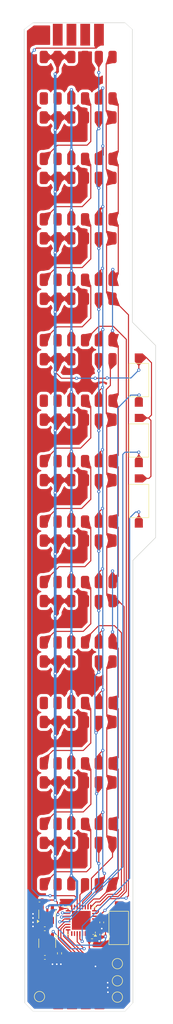
<source format=kicad_pcb>
(kicad_pcb (version 20240108) (generator "pcbnew") (generator_version "8.0")
  (layers (0 "F.Cu" signal) (31 "B.Cu" signal) (34 "B.Paste" user) (35 "F.Paste" user) (36 "B.SilkS" user "B.Silkscreen") (37 "F.SilkS" user "F.Silkscreen") (38 "B.Mask" user) (39 "F.Mask" user) (44 "Edge.Cuts" user))
  (net 0 "")
  (net 8 "USB_DM")
  (net 9 "USB_DP")
  (net 10 "+3V3")
  (net 11 "BOOT0")
  (net 12 "GND")
  (net 13 "Net-(U1-PA13)")
  (net 14 "Net-(U1-PA14)")
  (net 15 "+BATT")
  (net 16 "CHRG")
  (net 17 "Net-(U3-PROG)")
  (net 18 "UP_BTN")
  (net 19 "CENTER_BTN")
  (net 20 "DOWN_BTN")
  (net 21 "CE_3")
  (net 22 "CLK")
  (net 23 "CE_1")
  (net 24 "BLANK")
  (net 25 "RS")
  (net 26 "DATA_IN2")
  (net 27 "CE_2")
  (net 28 "DATA_IN1")
  (net 29 "DATA_IN3")
  (net 30 "Net-(U5-DATA_OUT)")
  (net 32 "Net-(U6-DATA_OUT)")
  (net 35 "Net-(U7-DATA_OUT)")
  (net 38 "Net-(U10-DATA_IN)")
  (net 41 "Net-(U10-DATA_OUT)")
  (net 43 "Net-(U11-DATA_OUT)")
  (net 44 "Net-(U12-DATA_OUT)")
  (net 49 "Net-(U14-DATA_OUT)")
  (net 51 "Net-(U15-DATA_OUT)")
  (net 52 "Net-(U16-DATA_OUT)")
  (net 54 "Net-(U17-DATA_OUT)")
  (net 58 "+5V")
  (net 59 "CLASP_DETECT")
  (footprint "custom:HCMS2901_SMD" (layer "F.Cu") (at 97 82.047573)
    (property "Reference" "U15" (hide yes))
    (property "Value" "HCMS2901")
  )
  (footprint "Capacitor_SMD:C_0402_1005Metric" (layer "F.Cu") (at 97.180001 201.38)
    (property "Reference" "C1" (hide yes))
    (property "Value" "C")
  )
  (footprint "custom:PTS636" (layer "F.Cu") (at 114.560002 122.721715 90)
    (property "Reference" "SW4" (hide yes))
    (property "Value" "DOWN")
  )
  (footprint "custom:SMD_2.54_1x04_LONG" (layer "F.Cu") (at 99.670001 212.68)
    (property "Reference" "J1" (hide yes))
    (property "Value" "Conn_01x04_Socket")
  )
  (footprint "Capacitor_SMD:C_0402_1005Metric" (layer "F.Cu") (at 96.2 196.1 180)
    (property "Reference" "C3" (hide yes))
    (property "Value" "C")
  )
  (footprint "custom:HCMS2901_SMD" (layer "F.Cu") (at 96.999998 104.279288)
    (property "Reference" "U13" (hide yes))
    (property "Value" "HCMS2901")
  )
  (footprint "Package_TO_SOT_SMD:SOT-23-5" (layer "F.Cu") (at 97.630002 198.7175 90)
    (property "Reference" "U2" (hide yes))
    (property "Value" "~")
  )
  (footprint "custom:SMD_2.54_1x04_SHORT" (layer "F.Cu") (at 99.570001 36.98)
    (property "Reference" "J2" (hide yes))
    (property "Value" "Conn_01x04_Pin")
  )
  (footprint "TestPoint:TestPoint_Pad_D1.5mm" (layer "F.Cu") (at 96.2 213.85)
    (property "Reference" "TP3" (hide yes))
    (property "Value" "BATT")
  )
  (footprint "custom:HCMS2901_SMD" (layer "F.Cu") (at 96.999999 115.395147)
    (property "Reference" "U12" (hide yes))
    (property "Value" "HCMS2901")
  )
  (footprint "Package_DFN_QFN:QFN-32-1EP_5x5mm_P0.5mm_EP3.45x3.45mm" (layer "F.Cu") (at 103.917501 199.83 180)
    (property "Reference" "U1" (hide yes))
    (property "Value" "STM32U083KCUx" (hide yes))
  )
  (footprint "custom:HCMS2901_SMD" (layer "F.Cu") (at 96.999995 182.090287)
    (property "Reference" "U6" (hide yes))
    (property "Value" "HCMS2901")
  )
  (footprint "custom:PTS636" (layer "F.Cu") (at 114.560002 100.49 90)
    (property "Reference" "SW2" (hide yes))
    (property "Value" "UP")
  )
  (footprint "custom:HCMS2901_SMD" (layer "F.Cu") (at 96.999998 193.206145)
    (property "Reference" "U5" (hide yes))
    (property "Value" "HCMS2901")
  )
  (footprint "custom:HCMS2901_SMD" (layer "F.Cu") (at 96.999996 148.742717)
    (property "Reference" "U9" (hide yes))
    (property "Value" "HCMS2901")
  )
  (footprint "custom:HCMS2901_SMD" (layer "F.Cu") (at 96.999999 159.858573)
    (property "Reference" "U8" (hide yes))
    (property "Value" "HCMS2901")
  )
  (footprint "Package_TO_SOT_SMD:SOT-23-5" (layer "F.Cu") (at 97.630002 204.0425 -90)
    (property "Reference" "U3" (hide yes))
    (property "Value" "~")
  )
  (footprint "custom:HCMS2901_SMD" (layer "F.Cu") (at 96.999999 137.62686)
    (property "Reference" "U10" (hide yes))
    (property "Value" "HCMS2901")
  )
  (footprint "custom:HCMS2901_SMD" (layer "F.Cu") (at 96.999999 170.97443)
    (property "Reference" "U7" (hide yes))
    (property "Value" "HCMS2901")
  )
  (footprint "TestPoint:TestPoint_Pad_D1.5mm" (layer "F.Cu") (at 110.6 207.8)
    (property "Reference" "TP2" (hide yes))
    (property "Value" "SWCLK")
  )
  (footprint "custom:HCMS2901_SMD" (layer "F.Cu") (at 96.999995 70.931718)
    (property "Reference" "U16" (hide yes))
    (property "Value" "HCMS2901")
  )
  (footprint "TestPoint:TestPoint_Pad_D1.5mm" (layer "F.Cu") (at 110.6 210.95)
    (property "Reference" "TP1" (hide yes))
    (property "Value" "SWDIO")
  )
  (footprint "Resistor_SMD:R_0402_1005Metric" (layer "F.Cu") (at 99.9 205.9 -90)
    (property "Reference" "R1" (hide yes))
    (property "Value" "R")
  )
  (footprint "Capacitor_SMD:C_0402_1005Metric" (layer "F.Cu") (at 97.2 206.65)
    (property "Reference" "C2" (hide yes))
    (property "Value" "C")
  )
  (footprint "custom:HCMS2901_SMD" (layer "F.Cu") (at 96.999997 59.815859)
    (property "Reference" "U17" (hide yes))
    (property "Value" "HCMS2901")
  )
  (footprint "custom:HCMS2901_SMD" (layer "F.Cu") (at 97 48.7)
    (property "Reference" "U18" (hide yes))
    (property "Value" "HCMS2901")
  )
  (footprint "custom:HCMS2901_SMD" (layer "F.Cu") (at 96.999994 126.511002)
    (property "Reference" "U11" (hide yes))
    (property "Value" "HCMS2901")
  )
  (footprint "custom:PTS636" (layer "F.Cu") (at 114.560001 111.605857 90)
    (property "Reference" "SW3" (hide yes))
    (property "Value" "CENTER")
  )
  (footprint "TestPoint:TestPoint_Pad_D1.5mm" (layer "F.Cu") (at 110.6 213.95)
    (property "Reference" "TP4" (hide yes))
    (property "Value" "GND")
  )
  (footprint "Capacitor_SMD:C_0402_1005Metric" (layer "F.Cu") (at 107.707501 202.45 90)
    (property "Reference" "C4" (hide yes))
    (property "Value" "C")
  )
  (footprint "Resistor_SMD:R_0402_1005Metric" (layer "F.Cu") (at 105.907502 203.610501)
    (property "Reference" "R2" (hide yes))
    (property "Value" "R")
  )
  (footprint "Capacitor_SMD:C_0402_1005Metric" (layer "F.Cu") (at 107.707501 200.210502 -90)
    (property "Reference" "C6" (hide yes))
    (property "Value" "C")
  )
  (footprint "custom:HCMS2901_SMD" (layer "F.Cu") (at 96.999995 93.16343)
    (property "Reference" "U14" (hide yes))
    (property "Value" "HCMS2901")
  )
  (footprint "Capacitor_SMD:C_0402_1005Metric" (layer "F.Cu") (at 100.2 197.2 90)
    (property "Reference" "C5" (hide yes))
    (property "Value" "C")
  )
  (footprint "custom:PTS636" (layer "F.Cu") (at 110.880001 201.23 -90)
    (property "Reference" "SW1" (hide yes))
    (property "Value" "BOOT0")
  )
  (gr_line (start 113.470001 215) (end 112 216.58) (stroke (width 0.05)) (layer "Edge.Cuts"))
  (gr_line (start 95 34.78) (end 93.370001 36) (stroke (width 0.05)) (layer "Edge.Cuts"))
  (gr_line (start 117.670002 94.142428) (end 113.370002 89.842429) (stroke (width 0.1)) (layer "Edge.Cuts"))
  (gr_line (start 95 34.78) (end 112 34.78) (stroke (width 0.1)) (layer "Edge.Cuts"))
  (gr_line (start 93.370001 36) (end 93.470002 215) (stroke (width 0.1)) (layer "Edge.Cuts"))
  (gr_line (start 112 216.58) (end 95 216.58) (stroke (width 0.05)) (layer "Edge.Cuts"))
  (gr_line (start 113.470002 133.642429) (end 117.670002 129.442429) (stroke (width 0.1)) (layer "Edge.Cuts"))
  (gr_line (start 117.670002 129.442429) (end 117.670002 94.142428) (stroke (width 0.1)) (layer "Edge.Cuts"))
  (gr_line (start 113.470001 215) (end 113.470002 133.642429) (stroke (width 0.1)) (layer "Edge.Cuts"))
  (gr_line (start 113.37 36) (end 112 34.78) (stroke (width 0.05)) (layer "Edge.Cuts"))
  (gr_line (start 113.370002 89.842429) (end 113.37 36) (stroke (width 0.1)) (layer "Edge.Cuts"))
  (gr_line (start 95 216.58) (end 93.470002 215) (stroke (width 0.05)) (layer "Edge.Cuts"))
  (segment (start 100.896743 200.08) (end 101.480001 200.08) (width 0.2) (layer "F.Cu") (net 8))
  (segment (start 102.210001 212.68) (end 102.210001 205.761077) (width 0.2) (layer "F.Cu") (net 8))
  (segment (start 102.210001 205.761077) (end 99.7 203.251076) (width 0.2) (layer "F.Cu") (net 8))
  (segment (start 99.7 201.276743) (end 100.896743 200.08) (width 0.2) (layer "F.Cu") (net 8))
  (segment (start 99.7 203.251076) (end 99.7 201.276743) (width 0.2) (layer "F.Cu") (net 8))
  (segment (start 100.15 201.392429) (end 100.15 203.05) (width 0.2) (layer "F.Cu") (net 9))
  (segment (start 101.480001 200.58) (end 100.962429 200.58) (width 0.2) (layer "F.Cu") (net 9))
  (segment (start 100.15 203.05) (end 104.75 207.65) (width 0.2) (layer "F.Cu") (net 9))
  (segment (start 100.962429 200.58) (end 100.15 201.392429) (width 0.2) (layer "F.Cu") (net 9))
  (segment (start 104.75 207.65) (end 104.75 212.68) (width 0.2) (layer "F.Cu") (net 9))
  (segment (start 107.705001 202.93) (end 106.355001 201.58) (width 0.2) (layer "F.Cu") (net 10))
  (segment (start 99.539999 132.010001) (end 99.539999 130.00686) (width 0.5) (layer "F.Cu") (net 10))
  (segment (start 99.539998 187.560002) (end 99.539998 185.586145) (width 0.5) (layer "F.Cu") (net 10))
  (segment (start 116.8 107.9) (end 116.355857 107.455857) (width 0.2) (layer "F.Cu") (net 10))
  (segment (start 101.35 197.65) (end 100.23 197.65) (width 0.2) (layer "F.Cu") (net 10))
  (segment (start 99.539995 87.510005) (end 99.539995 85.54343) (width 0.5) (layer "F.Cu") (net 10))
  (segment (start 99.539998 185.586145) (end 96.999998 185.586145) (width 0.2) (layer "F.Cu") (net 10))
  (segment (start 96.999998 96.659288) (end 99.539998 96.659288) (width 0.2) (layer "F.Cu") (net 10))
  (segment (start 99.1 44.2) (end 99.54 43.76) (width 0.5) (layer "F.Cu") (net 10))
  (segment (start 96.999995 63.311718) (end 99.539995 63.311718) (width 0.2) (layer "F.Cu") (net 10))
  (segment (start 102.079995 85.54343) (end 99.539995 85.54343) (width 0.2) (layer "F.Cu") (net 10))
  (segment (start 107.707501 199.730502) (end 107.556999 199.58) (width 0.2) (layer "F.Cu") (net 10))
  (segment (start 116.8 118.2) (end 116.8 107.9) (width 0.2) (layer "F.Cu") (net 10))
  (segment (start 108.4 202.8) (end 108.4 200.423001) (width 0.2) (layer "F.Cu") (net 10))
  (segment (start 99.1 188) (end 99.539998 187.560002) (width 0.5) (layer "F.Cu") (net 10))
  (segment (start 96.68 196.1) (end 96.68 197.579997) (width 0.2) (layer "F.Cu") (net 10))
  (segment (start 99.539995 65.410005) (end 99.539995 63.311718) (width 0.5) (layer "F.Cu") (net 10))
  (segment (start 99.1 143.85) (end 99.539996 143.410004) (width 0.5) (layer "F.Cu") (net 10))
  (segment (start 114.560002 98.65) (end 114.560002 96.34) (width 0.2) (layer "F.Cu") (net 10))
  (segment (start 96.999994 118.891002) (end 99.539994 118.891002) (width 0.2) (layer "F.Cu") (net 10))
  (segment (start 99.539995 176.360005) (end 99.539995 174.470287) (width 0.5) (layer "F.Cu") (net 10))
  (segment (start 99.5 196.98) (end 99.5 196.5) (width 0.2) (layer "F.Cu") (net 10))
  (segment (start 99.6 198.75) (end 99.6 198.28) (width 0.2) (layer "F.Cu") (net 10))
  (segment (start 102.08 74.427573) (end 99.54 74.427573) (width 0.2) (layer "F.Cu") (net 10))
  (segment (start 108.7 100.1) (end 108.65 100.15) (width 0.2) (layer "F.Cu") (net 10))
  (segment (start 102.079999 107.775147) (end 99.539999 107.775147) (width 0.2) (layer "F.Cu") (net 10))
  (segment (start 99.539999 130.00686) (end 96.999999 130.00686) (width 0.2) (layer "F.Cu") (net 10))
  (segment (start 108.4 202.8) (end 107.837501 202.8) (width 0.2) (layer "F.Cu") (net 10))
  (segment (start 101.480001 197.780001) (end 101.35 197.65) (width 0.2) (layer "F.Cu") (net 10))
  (segment (start 99.1 176.8) (end 99.539995 176.360005) (width 0.5) (layer "F.Cu") (net 10))
  (segment (start 102.079995 63.311718) (end 99.539995 63.311718) (width 0.2) (layer "F.Cu") (net 10))
  (segment (start 102.079999 163.35443) (end 99.539999 163.35443) (width 0.2) (layer "F.Cu") (net 10))
  (segment (start 102.079995 174.470287) (end 99.539995 174.470287) (width 0.2) (layer "F.Cu") (net 10))
  (segment (start 96.68 197.579997) (end 96.680003 197.58) (width 0.2) (layer "F.Cu") (net 10))
  (segment (start 115.94 96.34) (end 114.560002 96.34) (width 0.2) (layer "F.Cu") (net 10))
  (segment (start 110.880001 199.069999) (end 110.219498 199.730502) (width 0.2) (layer "F.Cu") (net 10))
  (segment (start 107.707501 202.93) (end 107.705001 202.93) (width 0.2) (layer "F.Cu") (net 10))
  (segment (start 102.079994 118.891002) (end 99.539994 118.891002) (width 0.2) (layer "F.Cu") (net 10))
  (segment (start 107.556999 199.58) (end 106.355001 199.58) (width 0.2) (layer "F.Cu") (net 10))
  (segment (start 99.1 165.85) (end 99.539999 165.410001) (width 0.5) (layer "F.Cu") (net 10))
  (segment (start 99.1 65.85) (end 99.539995 65.410005) (width 0.5) (layer "F.Cu") (net 10))
  (segment (start 100.2 197.68) (end 99.5 196.98) (width 0.2) (layer "F.Cu") (net 10))
  (segment (start 99.1 54.5) (end 99.539997 54.060003) (width 0.5) (layer "F.Cu") (net 10))
  (segment (start 97 74.427573) (end 99.54 74.427573) (width 0.2) (layer "F.Cu") (net 10))
  (segment (start 99.54 43.76) (end 99.54 41.08) (width 0.5) (layer "F.Cu") (net 10))
  (segment (start 99.1 77.05) (end 99.54 76.61) (width 0.5) (layer "F.Cu") (net 10))
  (segment (start 99.539999 165.410001) (end 99.539999 163.35443) (width 0.5) (layer "F.Cu") (net 10))
  (segment (start 96.680003 196.157498) (end 96.72 196.117501) (width 0.2) (layer "F.Cu") (net 10))
  (segment (start 116.355857 107.455857) (end 114.560001 107.455857) (width 0.2) (layer "F.Cu") (net 10))
  (segment (start 99.539996 141.122717) (end 102.079996 141.122717) (width 0.2) (layer "F.Cu") (net 10))
  (segment (start 99.539999 154.010001) (end 99.539999 152.238573) (width 0.5) (layer "F.Cu") (net 10))
  (segment (start 99.6 198.28) (end 100.2 197.68) (width 0.2) (layer "F.Cu") (net 10))
  (segment (start 96.68 196.1) (end 99.1 196.1) (width 0.2) (layer "F.Cu") (net 10))
  (segment (start 116.9 106.911714) (end 116.9 97.3) (width 0.2) (layer "F.Cu") (net 10))
  (segment (start 99.1 109.75) (end 99.539999 109.310001) (width 0.5) (layer "F.Cu") (net 10))
  (segment (start 116.355857 107.455857) (end 116.9 106.911714) (width 0.2) (layer "F.Cu") (net 10))
  (segment (start 102.079999 130.00686) (end 99.539999 130.00686) (width 0.2) (layer "F.Cu") (net 10))
  (segment (start 114.560002 118.571715) (end 116.428285 118.571715) (width 0.2) (layer "F.Cu") (net 10))
  (segment (start 99.539999 152.238573) (end 96.999999 152.238573) (width 0.2) (layer "F.Cu") (net 10))
  (segment (start 108.4 200.423001) (end 107.707501 199.730502) (width 0.2) (layer "F.Cu") (net 10))
  (segment (start 107.837501 202.8) (end 107.707501 202.93) (width 0.2) (layer "F.Cu") (net 10))
  (segment (start 99.539997 54.060003) (end 99.539997 52.195859) (width 0.5) (layer "F.Cu") (net 10))
  (segment (start 99.1 154.45) (end 99.539999 154.010001) (width 0.5) (layer "F.Cu") (net 10))
  (segment (start 99.539994 120.760006) (end 99.539994 118.891002) (width 0.5) (layer "F.Cu") (net 10))
  (segment (start 99.5 196.5) (end 99.1 196.1) (width 0.2) (layer "F.Cu") (net 10))
  (segment (start 96.999995 85.54343) (end 99.539995 85.54343) (width 0.2) (layer "F.Cu") (net 10))
  (segment (start 96.999999 107.775147) (end 99.539999 107.775147) (width 0.2) (layer "F.Cu") (net 10))
  (segment (start 99.1 99) (end 99.539998 98.560002) (width 0.5) (layer "F.Cu") (net 10))
  (segment (start 99.1 121.2) (end 99.539994 120.760006) (width 0.5) (layer "F.Cu") (net 10))
  (segment (start 101.480001 198.08) (end 101.480001 197.780001) (width 0.2) (layer "F.Cu") (net 10))
  (segment (start 97 41.08) (end 99.54 41.08) (width 0.2) (layer "F.Cu") (net 10))
  (segment (start 96.999997 52.195859) (end 99.539997 52.195859) (width 0.2) (layer "F.Cu") (net 10))
  (segment (start 102.079997 52.195859) (end 99.539997 52.195859) (width 0.2) (layer "F.Cu") (net 10))
  (segment (start 100.25 100.15) (end 99.1 99) (width 0.2) (layer "F.Cu") (net 10))
  (segment (start 103.05 100.15) (end 100.25 100.15) (width 0.2) (layer "F.Cu") (net 10))
  (segment (start 96.999999 163.35443) (end 99.539999 163.35443) (width 0.2) (layer "F.Cu") (net 10))
  (segment (start 108.65 100.15) (end 106.5 100.15) (width 0.2) (layer "F.Cu") (net 10))
  (segment (start 102.08 41.08) (end 99.54 41.08) (width 0.2) (layer "F.Cu") (net 10))
  (segment (start 99.539998 98.560002) (end 99.539998 96.659288) (width 0.5) (layer "F.Cu") (net 10))
  (segment (start 99.539999 109.310001) (end 99.539999 107.775147) (width 0.5) (layer "F.Cu") (net 10))
  (segment (start 99.1 132.45) (end 99.539999 132.010001) (width 0.5) (layer "F.Cu") (net 10))
  (segment (start 99.1 87.95) (end 99.539995 87.510005) (width 0.5) (layer "F.Cu") (net 10))
  (segment (start 96.999996 141.122717) (end 99.539996 141.122717) (width 0.2) (layer "F.Cu") (net 10))
  (segment (start 116.9 97.3) (end 115.94 96.34) (width 0.2) (layer "F.Cu") (net 10))
  (segment (start 100.23 197.65) (end 100.2 197.68) (width 0.2) (layer "F.Cu") (net 10))
  (segment (start 102.079998 96.659288) (end 99.539998 96.659288) (width 0.2) (layer "F.Cu") (net 10))
  (segment (start 96.999995 174.470287) (end 99.539995 174.470287) (width 0.2) (layer "F.Cu") (net 10))
  (segment (start 110.219498 199.730502) (end 107.707501 199.730502) (width 0.2) (layer "F.Cu") (net 10))
  (segment (start 102.079999 152.238573) (end 99.539999 152.238573) (width 0.2) (layer "F.Cu") (net 10))
  (segment (start 116.428285 118.571715) (end 116.8 118.2) (width 0.2) (layer "F.Cu") (net 10))
  (segment (start 99.539996 143.410004) (end 99.539996 141.122717) (width 0.5) (layer "F.Cu") (net 10))
  (segment (start 102.079998 185.586145) (end 99.539998 185.586145) (width 0.2) (layer "F.Cu") (net 10))
  (segment (start 99.54 76.61) (end 99.54 74.427573) (width 0.5) (layer "F.Cu") (net 10))
  (segment (start 110.880001 197.08) (end 110.880001 199.069999) (width 0.2) (layer "F.Cu") (net 10))
  (via (at 99.1 44.2) (size 0.6) (drill 0.3) (layers "F.Cu" "B.Cu") (net 10))
  (via (at 99.1 154.45) (size 0.6) (drill 0.3) (layers "F.Cu" "B.Cu") (net 10))
  (via (at 99.1 54.5) (size 0.6) (drill 0.3) (layers "F.Cu" "B.Cu") (net 10))
  (via (at 99.1 132.45) (size 0.6) (drill 0.3) (layers "F.Cu" "B.Cu") (net 10))
  (via (at 99.1 87.95) (size 0.6) (drill 0.3) (layers "F.Cu" "B.Cu") (net 10))
  (via (at 99.1 176.8) (size 0.6) (drill 0.3) (layers "F.Cu" "B.Cu") (net 10))
  (via (at 99.6 198.75) (size 0.6) (drill 0.3) (layers "F.Cu" "B.Cu") (net 10))
  (via (at 108.4 202.8) (size 0.6) (drill 0.3) (layers "F.Cu" "B.Cu") (net 10))
  (via (at 99.1 99) (size 0.6) (drill 0.3) (layers "F.Cu" "B.Cu") (net 10))
  (via (at 99.1 143.85) (size 0.6) (drill 0.3) (layers "F.Cu" "B.Cu") (net 10))
  (via (at 108.7 100.1) (size 0.6) (drill 0.3) (layers "F.Cu" "B.Cu") (net 10))
  (via (at 114.560002 98.65) (size 0.6) (drill 0.3) (layers "F.Cu" "B.Cu") (net 10))
  (via (at 99.1 109.75) (size 0.6) (drill 0.3) (layers "F.Cu" "B.Cu") (net 10))
  (via (at 99.1 165.85) (size 0.6) (drill 0.3) (layers "F.Cu" "B.Cu") (net 10))
  (via (at 99.1 77.05) (size 0.6) (drill 0.3) (layers "F.Cu" "B.Cu") (net 10))
  (via (at 99.1 65.85) (size 0.6) (drill 0.3) (layers "F.Cu" "B.Cu") (net 10))
  (via (at 106.5 100.15) (size 0.6) (drill 0.3) (layers "F.Cu" "B.Cu") (net 10))
  (via (at 99.1 188) (size 0.6) (drill 0.3) (layers "F.Cu" "B.Cu") (net 10))
  (via (at 103.05 100.15) (size 0.6) (drill 0.3) (layers "F.Cu" "B.Cu") (net 10))
  (via (at 99.1 196.1) (size 0.6) (drill 0.3) (layers "F.Cu" "B.Cu") (net 10))
  (via (at 99.1 121.2) (size 0.6) (drill 0.3) (layers "F.Cu" "B.Cu") (net 10))
  (segment (start 99.3 201.05) (end 99.3 199.05) (width 0.2) (layer "B.Cu") (net 10))
  (segment (start 99.1 65.85) (end 99.1 54.5) (width 0.5) (layer "B.Cu") (net 10))
  (segment (start 99.1 121.2) (end 99.1 109.75) (width 0.5) (layer "B.Cu") (net 10))
  (segment (start 99.1 132.45) (end 99.1 121.2) (width 0.5) (layer "B.Cu") (net 10))
  (segment (start 99.1 109.75) (end 99.1 99) (width 0.5) (layer "B.Cu") (net 10))
  (segment (start 99.1 143.85) (end 99.1 132.45) (width 0.5) (layer "B.Cu") (net 10))
  (segment (start 99.1 188) (end 99.1 176.8) (width 0.5) (layer "B.Cu") (net 10))
  (segment (start 99.3 199.05) (end 99.6 198.75) (width 0.2) (layer "B.Cu") (net 10))
  (segment (start 99.1 154.45) (end 99.1 143.85) (width 0.5) (layer "B.Cu") (net 10))
  (segment (start 108.4 203.45) (end 107.45 204.4) (width 0.2) (layer "B.Cu") (net 10))
  (segment (start 99.1 54.5) (end 99.1 44.2) (width 0.5) (layer "B.Cu") (net 10))
  (segment (start 113.110002 100.1) (end 108.7 100.1) (width 0.2) (layer "B.Cu") (net 10))
  (segment (start 108.4 202.8) (end 108.4 203.45) (width 0.2) (layer "B.Cu") (net 10))
  (segment (start 99.1 196.1) (end 99.1 188) (width 0.5) (layer "B.Cu") (net 10))
  (segment (start 102.65 204.4) (end 99.3 201.05) (width 0.2) (layer "B.Cu") (net 10))
  (segment (start 99.1 99) (end 99.1 87.95) (width 0.5) (layer "B.Cu") (net 10))
  (segment (start 99.1 165.85) (end 99.1 154.45) (width 0.5) (layer "B.Cu") (net 10))
  (segment (start 106.5 100.15) (end 103.05 100.15) (width 0.2) (layer "B.Cu") (net 10))
  (segment (start 99.1 77.05) (end 99.1 65.85) (width 0.5) (layer "B.Cu") (net 10))
  (segment (start 99.1 176.8) (end 99.1 165.85) (width 0.5) (layer "B.Cu") (net 10))
  (segment (start 99.1 87.95) (end 99.1 77.05) (width 0.5) (layer "B.Cu") (net 10))
  (segment (start 114.560002 98.65) (end 113.110002 100.1) (width 0.2) (layer "B.Cu") (net 10))
  (segment (start 107.45 204.4) (end 102.65 204.4) (width 0.2) (layer "B.Cu") (net 10))
  (segment (start 105.167501 203.380499) (end 105.167501 202.2675) (width 0.2) (layer "F.Cu") (net 11))
  (segment (start 105.88 205.38) (end 110.880001 205.38) (width 0.2) (layer "F.Cu") (net 11))
  (segment (start 105.397503 204.897503) (end 105.88 205.38) (width 0.2) (layer "F.Cu") (net 11))
  (segment (start 105.397503 203.610501) (end 105.397503 204.897503) (width 0.2) (layer "F.Cu") (net 11))
  (segment (start 105.397503 203.610501) (end 105.167501 203.380499) (width 0.2) (layer "F.Cu") (net 11))
  (segment (start 105.667501 202.2675) (end 105.617501 202.2175) (width 0.2) (layer "F.Cu") (net 12))
  (segment (start 102.167501 196.767501) (end 102.05 196.65) (width 0.2) (layer "F.Cu") (net 12))
  (segment (start 107.707501 201.830501) (end 107.707501 201.97) (width 0.2) (layer "F.Cu") (net 12))
  (segment (start 97.660001 199.884999) (end 97.630002 199.855) (width 0.2) (layer "F.Cu") (net 12))
  (segment (start 105.617501 201.53) (end 103.917501 199.83) (width 0.2) (layer "F.Cu") (net 12))
  (segment (start 107.290001 212.68) (end 107.290001 209.040001) (width 0.4) (layer "F.Cu") (net 12))
  (segment (start 102.25 198.162499) (end 103.917501 199.83) (width 0.2) (layer "F.Cu") (net 12))
  (segment (start 106.417501 203.0175) (end 105.667501 202.2675) (width 0.2) (layer "F.Cu") (net 12))
  (segment (start 97.630002 202.905) (end 97.630002 201.409999) (width 0.2) (layer "F.Cu") (net 12))
  (segment (start 107.290001 209.040001) (end 106.55 208.3) (width 0.4) (layer "F.Cu") (net 12))
  (segment (start 107.230424 203.633466) (end 106.440466 203.633466) (width 0.2) (layer "F.Cu") (net 12))
  (segment (start 97.660001 201.38) (end 97.660001 199.884999) (width 0.2) (layer "F.Cu") (net 12))
  (segment (start 105.617501 202.2175) (end 105.617501 201.53) (width 0.2) (layer "F.Cu") (net 12))
  (segment (start 100.27 196.65) (end 100.2 196.72) (width 0.2) (layer "F.Cu") (net 12))
  (segment (start 102.05 196.65) (end 100.27 196.65) (width 0.2) (layer "F.Cu") (net 12))
  (segment (start 106.440466 203.633466) (end 106.417501 203.610501) (width 0.2) (layer "F.Cu") (net 12))
  (segment (start 106.417501 203.610501) (end 106.417501 203.0175) (width 0.2) (layer "F.Cu") (net 12))
  (segment (start 102.167501 197.3925) (end 102.167501 197.829999) (width 0.2) (layer "F.Cu") (net 12))
  (segment (start 97.630002 201.409999) (end 97.660001 201.38) (width 0.2) (layer "F.Cu") (net 12))
  (segment (start 97.630002 203.567499) (end 97.630002 202.905) (width 0.2) (layer "F.Cu") (net 12))
  (segment (start 102.167501 197.3925) (end 102.167501 196.767501) (width 0.2) (layer "F.Cu") (net 12))
  (segment (start 102.167501 197.829999) (end 102.25 197.912498) (width 0.2) (layer "F.Cu") (net 12))
  (segment (start 102.25 197.912498) (end 102.25 198.162499) (width 0.2) (layer "F.Cu") (net 12))
  (segment (start 107.738002 201.8) (end 107.707501 201.830501) (width 0.2) (layer "F.Cu") (net 12))
  (via (at 99.4 207.9) (size 0.6) (drill 0.3) (layers "F.Cu" "B.Cu") (net 12))
  (via (at 95 200.95) (size 0.6) (drill 0.3) (layers "F.Cu" "B.Cu") (net 12))
  (via (at 95 198.65) (size 0.6) (drill 0.3) (layers "F.Cu" "B.Cu") (net 12))
  (via (at 107.707501 201.35) (size 0.6) (drill 0.3) (layers "F.Cu" "B.Cu") (net 12))
  (via (at 108.8 212.2) (size 0.6) (drill 0.3) (layers "F.Cu" "B.Cu") (net 12))
  (via (at 100.15 207.9) (size 0.6) (drill 0.3) (layers "F.Cu" "B.Cu") (net 12))
  (via (at 108.85 213.05) (size 0.6) (drill 0.3) (layers "F.Cu" "B.Cu") (net 12))
  (via (at 107.230424 203.633466) (size 0.6) (drill 0.3) (layers "F.Cu" "B.Cu") (net 12))
  (via (at 95 199.4) (size 0.6) (drill 0.3) (layers "F.Cu" "B.Cu") (net 12))
  (via (at 108.8 211.3) (size 0.6) (drill 0.3) (layers "F.Cu" "B.Cu") (net 12))
  (via (at 98.6 207.9) (size 0.6) (drill 0.3) (layers "F.Cu" "B.Cu") (net 12))
  (via (at 106.55 208.3) (size 0.6) (drill 0.3) (layers "F.Cu" "B.Cu") (net 12))
  (via (at 95 200.2) (size 0.6) (drill 0.3) (layers "F.Cu" "B.Cu") (net 12))
  (segment (start 107.230424 201.827077) (end 107.230424 203.633466) (width 0.2) (layer "B.Cu") (net 12))
  (segment (start 107.707501 201.35) (end 107.230424 201.827077) (width 0.2) (layer "B.Cu") (net 12))
  (segment (start 100.55 208.3) (end 100.15 207.9) (width 0.4) (layer "B.Cu") (net 12))
  (segment (start 106.55 208.3) (end 100.55 208.3) (width 0.4) (layer "B.Cu") (net 12))
  (segment (start 105.25 207.35) (end 107.15 207.35) (width 0.2) (layer "F.Cu") (net 13))
  (segment (start 100.65 202.75) (end 105.25 207.35) (width 0.2) (layer "F.Cu") (net 13))
  (segment (start 110.6 210.8) (end 110.6 210.95) (width 0.2) (layer "F.Cu") (net 13))
  (segment (start 101.028115 201.08) (end 100.65 201.458115) (width 0.2) (layer "F.Cu") (net 13))
  (segment (start 101.480001 201.08) (end 101.028115 201.08) (width 0.2) (layer "F.Cu") (net 13))
  (segment (start 107.15 207.35) (end 110.6 210.8) (width 0.2) (layer "F.Cu") (net 13))
  (segment (start 100.65 201.458115) (end 100.65 202.75) (width 0.2) (layer "F.Cu") (net 13))
  (segment (start 110.6 207.8) (end 109.95 207.8) (width 0.2) (layer "F.Cu") (net 14))
  (segment (start 105.065686 206.6) (end 101.480001 203.014315) (width 0.2) (layer "F.Cu") (net 14))
  (segment (start 109.95 207.8) (end 108.75 206.6) (width 0.2) (layer "F.Cu") (net 14))
  (segment (start 108.75 206.6) (end 105.065686 206.6) (width 0.2) (layer "F.Cu") (net 14))
  (segment (start 101.480001 203.014315) (end 101.480001 201.58) (width 0.2) (layer "F.Cu") (net 14))
  (segment (start 102.079997 193.206145) (end 102.079997 191.620003) (width 0.4) (layer "F.Cu") (net 15))
  (segment (start 102.1 69.2) (end 102.1 70.911712) (width 0.4) (layer "F.Cu") (net 15))
  (segment (start 97.65 197.45) (end 97.65 198.35) (width 0.4) (layer "F.Cu") (net 15))
  (segment (start 102.1 47.1) (end 102.1 48.679999) (width 0.4) (layer "F.Cu") (net 15))
  (segment (start 102.1 148.722712) (end 102.079995 148.742717) (width 0.4) (layer "F.Cu") (net 15))
  (segment (start 102.1 126.490995) (end 102.079993 126.511002) (width 0.4) (layer "F.Cu") (net 15))
  (segment (start 102.1 158.2) (end 102.1 159.838571) (width 0.4) (layer "F.Cu") (net 15))
  (segment (start 102.1 147.3) (end 102.1 148.722712) (width 0.4) (layer "F.Cu") (net 15))
  (segment (start 102.1 135.9) (end 102.1 137.606858) (width 0.4) (layer "F.Cu") (net 15))
  (segment (start 102.1 59.795855) (end 102.079996 59.815859) (width 0.4) (layer "F.Cu") (net 15))
  (segment (start 102.1 124.75) (end 102.1 126.490995) (width 0.4) (layer "F.Cu") (net 15))
  (segment (start 102.079997 191.620003) (end 102.1 191.6) (width 0.4) (layer "F.Cu") (net 15))
  (segment (start 98.580001 199.280001) (end 98.580001 199.855) (width 0.4) (layer "F.Cu") (net 15))
  (segment (start 102.1 113.6) (end 102.1 115.375145) (width 0.4) (layer "F.Cu") (net 15))
  (segment (start 102.1 58.1) (end 102.1 59.795855) (width 0.4) (layer "F.Cu") (net 15))
  (segment (start 102.1 182.070281) (end 102.079994 182.090287) (width 0.4) (layer "F.Cu") (net 15))
  (segment (start 95.4 213.05) (end 96.2 213.85) (width 0.2) (layer "F.Cu") (net 15))
  (segment (start 97.65 198.35) (end 96.680003 199.319997) (width 0.4) (layer "F.Cu") (net 15))
  (segment (start 102.1 93.143424) (end 102.079994 93.16343) (width 0.4) (layer "F.Cu") (net 15))
  (segment (start 102.1 82.027572) (end 102.079999 82.047573) (width 0.4) (layer "F.Cu") (net 15))
  (segment (start 102.1 48.679999) (end 102.079999 48.7) (width 0.4) (layer "F.Cu") (net 15))
  (segment (start 96.680003 202.905) (end 96.680003 199.855) (width 0.2) (layer "F.Cu") (net 15))
  (segment (start 102.1 91.45) (end 102.1 93.143424) (width 0.4) (layer "F.Cu") (net 15))
  (segment (start 96.680003 202.905) (end 95.4 204.185003) (width 0.2) (layer "F.Cu") (net 15))
  (segment (start 102.1 70.911712) (end 102.079994 70.931718) (width 0.4) (layer "F.Cu") (net 15))
  (segment (start 102.1 159.838571) (end 102.079998 159.858573) (width 0.4) (layer "F.Cu") (net 15))
  (segment (start 102.1 115.375145) (end 102.079998 115.395147) (width 0.4) (layer "F.Cu") (net 15))
  (segment (start 95.4 204.185003) (end 95.4 213.05) (width 0.2) (layer "F.Cu") (net 15))
  (segment (start 102.1 170.954428) (end 102.079998 170.97443) (width 0.4) (layer "F.Cu") (net 15))
  (segment (start 102.1 104.259285) (end 102.079997 104.279288) (width 0.4) (layer "F.Cu") (net 15))
  (segment (start 96.680003 199.319997) (end 96.680003 199.855) (width 0.4) (layer "F.Cu") (net 15))
  (segment (start 102.1 102.65) (end 102.1 104.259285) (width 0.4) (layer "F.Cu") (net 15))
  (segment (start 102.1 180.5) (end 102.1 182.070281) (width 0.4) (layer "F.Cu") (net 15))
  (segment (start 97.65 198.35) (end 98.580001 199.280001) (width 0.4) (layer "F.Cu") (net 15))
  (segment (start 96.680003 199.119997) (end 96.680003 199.855) (width 0.2) (layer "F.Cu") (net 15))
  (segment (start 102.1 80.4) (end 102.1 82.027572) (width 0.4) (layer "F.Cu") (net 15))
  (segment (start 102.1 137.606858) (end 102.079998 137.62686) (width 0.4) (layer "F.Cu") (net 15))
  (segment (start 102.1 169.35) (end 102.1 170.954428) (width 0.4) (layer "F.Cu") (net 15))
  (via (at 102.1 113.6) (size 0.6) (drill 0.3) (layers "F.Cu" "B.Cu") (net 15))
  (via (at 102.1 169.35) (size 0.6) (drill 0.3) (layers "F.Cu" "B.Cu") (net 15))
  (via (at 102.1 180.5) (size 0.6) (drill 0.3) (layers "F.Cu" "B.Cu") (net 15))
  (via (at 97.65 197.45) (size 0.6) (drill 0.3) (layers "F.Cu" "B.Cu") (net 15))
  (via (at 102.1 124.75) (size 0.6) (drill 0.3) (layers "F.Cu" "B.Cu") (net 15))
  (via (at 102.1 80.4) (size 0.6) (drill 0.3) (layers "F.Cu" "B.Cu") (net 15))
  (via (at 102.1 135.9) (size 0.6) (drill 0.3) (layers "F.Cu" "B.Cu") (net 15))
  (via (at 102.1 91.45) (size 0.6) (drill 0.3) (layers "F.Cu" "B.Cu") (net 15))
  (via (at 102.1 58.1) (size 0.6) (drill 0.3) (layers "F.Cu" "B.Cu") (net 15))
  (via (at 102.1 147.3) (size 0.6) (drill 0.3) (layers "F.Cu" "B.Cu") (net 15))
  (via (at 102.1 102.65) (size 0.6) (drill 0.3) (layers "F.Cu" "B.Cu") (net 15))
  (via (at 102.1 158.2) (size 0.6) (drill 0.3) (layers "F.Cu" "B.Cu") (net 15))
  (via (at 102.1 191.6) (size 0.6) (drill 0.3) (layers "F.Cu" "B.Cu") (net 15))
  (via (at 102.1 69.2) (size 0.6) (drill 0.3) (layers "F.Cu" "B.Cu") (net 15))
  (via (at 102.1 47.1) (size 0.6) (drill 0.3) (layers "F.Cu" "B.Cu") (net 15))
  (segment (start 102.1 147.3) (end 102.1 135.9) (width 0.4) (layer "B.Cu") (net 15))
  (segment (start 102.1 124.75) (end 102.1 113.6) (width 0.4) (layer "B.Cu") (net 15))
  (segment (start 102.1 180.5) (end 102.1 169.35) (width 0.4) (layer "B.Cu") (net 15))
  (segment (start 101.8 197.05) (end 103.15 195.7) (width 0.4) (layer "B.Cu") (net 15))
  (segment (start 102.1 191.6) (end 102.1 180.5) (width 0.4) (layer "B.Cu") (net 15))
  (segment (start 98.05 197.05) (end 101.8 197.05) (width 0.4) (layer "B.Cu") (net 15))
  (segment (start 102.1 102.65) (end 102.1 91.45) (width 0.4) (layer "B.Cu") (net 15))
  (segment (start 102.1 69.2) (end 102.1 58.1) (width 0.4) (layer "B.Cu") (net 15))
  (segment (start 102.1 113.6) (end 102.1 102.65) (width 0.4) (layer "B.Cu") (net 15))
  (segment (start 103.15 192.65) (end 102.1 191.6) (width 0.4) (layer "B.Cu") (net 15))
  (segment (start 102.1 91.45) (end 102.1 80.4) (width 0.4) (layer "B.Cu") (net 15))
  (segment (start 102.1 58.1) (end 102.1 47.1) (width 0.4) (layer "B.Cu") (net 15))
  (segment (start 102.1 80.4) (end 102.1 69.2) (width 0.4) (layer "B.Cu") (net 15))
  (segment (start 102.1 169.35) (end 102.1 158.2) (width 0.4) (layer "B.Cu") (net 15))
  (segment (start 97.65 197.45) (end 98.05 197.05) (width 0.4) (layer "B.Cu") (net 15))
  (segment (start 103.15 195.7) (end 103.15 192.65) (width 0.4) (layer "B.Cu") (net 15))
  (segment (start 102.1 135.9) (end 102.1 124.75) (width 0.4) (layer "B.Cu") (net 15))
  (segment (start 102.1 158.2) (end 102.1 147.3) (width 0.4) (layer "B.Cu") (net 15))
  (segment (start 98.580001 202.069999) (end 98.75 201.9) (width 0.2) (layer "F.Cu") (net 16))
  (segment (start 103.167501 203.767501) (end 103.167501 202.2675) (width 0.2) (layer "F.Cu") (net 16))
  (segment (start 98.580001 202.905) (end 98.580001 202.069999) (width 0.2) (layer "F.Cu") (net 16))
  (segment (start 104.45 205.05) (end 103.167501 203.767501) (width 0.2) (layer "F.Cu") (net 16))
  (via (at 104.45 205.05) (size 0.6) (drill 0.3) (layers "F.Cu" "B.Cu") (net 16))
  (via (at 98.75 201.9) (size 0.6) (drill 0.3) (layers "F.Cu" "B.Cu") (net 16))
  (segment (start 98.75 201.9) (end 101.9 205.05) (width 0.2) (layer "B.Cu") (net 16))
  (segment (start 101.9 205.05) (end 104.45 205.05) (width 0.2) (layer "B.Cu") (net 16))
  (segment (start 98.79 205.389999) (end 98.580001 205.18) (width 0.2) (layer "F.Cu") (net 17))
  (segment (start 99.880001 205.389999) (end 98.79 205.389999) (width 0.2) (layer "F.Cu") (net 17))
  (segment (start 100.438389 199.08) (end 100.281057 199.237332) (width 0.2) (layer "F.Cu") (net 18))
  (segment (start 101.480001 199.08) (end 100.438389 199.08) (width 0.2) (layer "F.Cu") (net 18))
  (segment (start 114.560002 104.64) (end 114.560002 103.289998) (width 0.2) (layer "F.Cu") (net 18))
  (segment (start 114.560002 103.289998) (end 114.6 103.25) (width 0.2) (layer "F.Cu") (net 18))
  (via (at 100.281057 199.237332) (size 0.6) (drill 0.3) (layers "F.Cu" "B.Cu") (net 18))
  (via (at 114.6 103.25) (size 0.6) (drill 0.3) (layers "F.Cu" "B.Cu") (net 18))
  (segment (start 113.05 103.25) (end 114.6 103.25) (width 0.2) (layer "B.Cu") (net 18))
  (segment (start 110.65 105.65) (end 113.05 103.25) (width 0.2) (layer "B.Cu") (net 18))
  (segment (start 101.812668 199.237332) (end 110.65 190.4) (width 0.2) (layer "B.Cu") (net 18))
  (segment (start 100.281057 199.237332) (end 101.812668 199.237332) (width 0.2) (layer "B.Cu") (net 18))
  (segment (start 110.65 190.4) (end 110.65 105.65) (width 0.2) (layer "B.Cu") (net 18))
  (segment (start 101.480001 199.58) (end 100.786918 199.58) (width 0.2) (layer "F.Cu") (net 19))
  (segment (start 100.266918 200.1) (end 99.95 200.1) (width 0.2) (layer "F.Cu") (net 19))
  (segment (start 100.786918 199.58) (end 100.266918 200.1) (width 0.2) (layer "F.Cu") (net 19))
  (segment (start 114.560001 115.755857) (end 114.560001 113.760001) (width 0.2) (layer "F.Cu") (net 19))
  (segment (start 114.560001 113.760001) (end 114.55 113.75) (width 0.2) (layer "F.Cu") (net 19))
  (via (at 114.55 113.75) (size 0.6) (drill 0.3) (layers "F.Cu" "B.Cu") (net 19))
  (via (at 99.95 200.1) (size 0.6) (drill 0.3) (layers "F.Cu" "B.Cu") (net 19))
  (segment (start 111.6 190.015686) (end 111.6 114.15) (width 0.2) (layer "B.Cu") (net 19))
  (segment (start 112 113.75) (end 114.55 113.75) (width 0.2) (layer "B.Cu") (net 19))
  (segment (start 101.515686 200.1) (end 111.6 190.015686) (width 0.2) (layer "B.Cu") (net 19))
  (segment (start 111.6 114.15) (end 112 113.75) (width 0.2) (layer "B.Cu") (net 19))
  (segment (start 99.95 200.1) (end 101.515686 200.1) (width 0.2) (layer "B.Cu") (net 19))
  (segment (start 104.1 203.7) (end 103.667501 203.267501) (width 0.2) (layer "F.Cu") (net 20))
  (segment (start 114.560002 124.760002) (end 114.560002 126.871715) (width 0.2) (layer "F.Cu") (net 20))
  (segment (start 114.55 124.75) (end 114.560002 124.760002) (width 0.2) (layer "F.Cu") (net 20))
  (segment (start 103.667501 203.267501) (end 103.667501 202.2675) (width 0.2) (layer "F.Cu") (net 20))
  (via (at 114.55 124.75) (size 0.6) (drill 0.3) (layers "F.Cu" "B.Cu") (net 20))
  (via (at 104.1 203.7) (size 0.6) (drill 0.3) (layers "F.Cu" "B.Cu") (net 20))
  (segment (start 114.55 124.75) (end 113.95 124.75) (width 0.2) (layer "B.Cu") (net 20))
  (segment (start 112.870001 125.829999) (end 112.870001 192.129999) (width 0.2) (layer "B.Cu") (net 20))
  (segment (start 113.95 124.75) (end 112.870001 125.829999) (width 0.2) (layer "B.Cu") (net 20))
  (segment (start 112.870001 192.129999) (end 104.1 200.9) (width 0.2) (layer "B.Cu") (net 20))
  (segment (start 104.1 200.9) (end 104.1 203.7) (width 0.2) (layer "B.Cu") (net 20))
  (segment (start 109.699995 85.54343) (end 108.6 84.443435) (width 0.2) (layer "F.Cu") (net 21))
  (segment (start 112.65 88.493435) (end 109.699995 85.54343) (width 0.2) (layer "F.Cu") (net 21))
  (segment (start 108.52347 51.02004) (end 108.52347 42.297246) (width 0.2) (layer "F.Cu") (net 21))
  (segment (start 112.2 195.75) (end 112.65 195.3) (width 0.2) (layer "F.Cu") (net 21))
  (segment (start 106.355001 199.08) (end 107.22 199.08) (width 0.2) (layer "F.Cu") (net 21))
  (segment (start 109.720001 62.892428) (end 108.53989 61.712317) (width 0.2) (layer "F.Cu") (net 21))
  (segment (start 109.720001 63.332428) (end 109.720001 62.892428) (width 0.2) (layer "F.Cu") (net 21))
  (segment (start 108.53989 61.712317) (end 108.53989 53.396682) (width 0.2) (layer "F.Cu") (net 21))
  (segment (start 108.6 64.452429) (end 109.720001 63.332428) (width 0.2) (layer "F.Cu") (net 21))
  (segment (start 108.6 84.443435) (end 108.6 75.527573) (width 0.2) (layer "F.Cu") (net 21))
  (segment (start 107.22 199.08) (end 108.3 198) (width 0.2) (layer "F.Cu") (net 21))
  (segment (start 108.6 73.328285) (end 108.6 64.452429) (width 0.2) (layer "F.Cu") (net 21))
  (segment (start 109.720001 52.216571) (end 108.52347 51.02004) (width 0.2) (layer "F.Cu") (net 21))
  (segment (start 108.6 75.527573) (end 109.7 74.427573) (width 0.2) (layer "F.Cu") (net 21))
  (segment (start 108.53989 53.396682) (end 109.720001 52.216571) (width 0.2) (layer "F.Cu") (net 21))
  (segment (start 112.65 195.3) (end 112.65 88.493435) (width 0.2) (layer "F.Cu") (net 21))
  (segment (start 109.720001 74.448286) (end 108.6 73.328285) (width 0.2) (layer "F.Cu") (net 21))
  (segment (start 108.52347 42.297246) (end 109.720001 41.100715) (width 0.2) (layer "F.Cu") (net 21))
  (via (at 112.2 195.75) (size 0.6) (drill 0.3) (layers "F.Cu" "B.Cu") (net 21))
  (via (at 108.3 198) (size 0.6) (drill 0.3) (layers "F.Cu" "B.Cu") (net 21))
  (segment (start 108.3 198) (end 110.55 195.75) (width 0.2) (layer "B.Cu") (net 21))
  (segment (start 110.55 195.75) (end 112.2 195.75) (width 0.2) (layer "B.Cu") (net 21))
  (segment (start 110.761994 125.449002) (end 110.761994 116.457142) (width 0.2) (layer "F.Cu") (net 22))
  (segment (start 109.699995 182.090287) (end 110.761995 181.028287) (width 0.2) (layer "F.Cu") (net 22))
  (segment (start 110.761997 49.761997) (end 109.7 48.7) (width 0.2) (layer "F.Cu") (net 22))
  (segment (start 109.699999 135.600001) (end 109.699999 137.62686) (width 0.2) (layer "F.Cu") (net 22))
  (segment (start 110.762 80.985573) (end 110.762 71.993723) (width 0.2) (layer "F.Cu") (net 22))
  (segment (start 109.699999 159.858573) (end 110.761999 158.796573) (width 0.2) (layer "F.Cu") (net 22))
  (segment (start 105.167501 197.3925) (end 105.167501 196.940614) (width 0.2) (layer "F.Cu") (net 22))
  (segment (start 109.699998 104.279288) (end 110.761998 103.217288) (width 0.2) (layer "F.Cu") (net 22))
  (segment (start 109.699995 70.931718) (end 110.761995 69.869718) (width 0.2) (layer "F.Cu") (net 22))
  (segment (start 110.761999 114.333147) (end 110.761999 105.341289) (width 0.2) (layer "F.Cu") (net 22))
  (segment (start 110.761995 83.109568) (end 109.7 82.047573) (width 0.2) (layer "F.Cu") (net 22))
  (segment (start 109.699998 193.500002) (end 109.699998 193.206145) (width 0.2) (layer "F.Cu") (net 22))
  (segment (start 110.761999 158.796573) (end 110.761999 149.80472) (width 0.2) (layer "F.Cu") (net 22))
  (segment (start 107.3 195.9) (end 109.699998 193.500002) (width 0.2) (layer "F.Cu") (net 22))
  (segment (start 110.761999 136.56486) (end 110.761999 127.573007) (width 0.2) (layer "F.Cu") (net 22))
  (segment (start 109.699997 59.815859) (end 109.699997 59.600003) (width 0.2) (layer "F.Cu") (net 22))
  (segment (start 109.699996 146.800004) (end 109.7 146.8) (width 0.2) (layer "F.Cu") (net 22))
  (segment (start 109.699998 193.206145) (end 110.761998 192.144145) (width 0.2) (layer "F.Cu") (net 22))
  (segment (start 110.761998 94.225433) (end 109.699995 93.16343) (width 0.2) (layer "F.Cu") (net 22))
  (segment (start 110.761999 149.80472) (end 109.699996 148.742717) (width 0.2) (layer "F.Cu") (net 22))
  (segment (start 109.699996 148.742717) (end 109.699996 146.800004) (width 0.2) (layer "F.Cu") (net 22))
  (segment (start 110.761998 183.15229) (end 109.699995 182.090287) (width 0.2) (layer "F.Cu") (net 22))
  (segment (start 110.761995 60.877857) (end 109.699997 59.815859) (width 0.2) (layer "F.Cu") (net 22))
  (segment (start 105.167501 196.940614) (end 106.208115 195.9) (width 0.2) (layer "F.Cu") (net 22))
  (segment (start 110.761995 69.869718) (end 110.761995 60.877857) (width 0.2) (layer "F.Cu") (net 22))
  (segment (start 110.761997 58.538003) (end 110.761997 49.761997) (width 0.2) (layer "F.Cu") (net 22))
  (segment (start 106.208115 195.9) (end 107.3 195.9) (width 0.2) (layer "F.Cu") (net 22))
  (segment (start 109.699999 115.395147) (end 110.761999 114.333147) (width 0.2) (layer "F.Cu") (net 22))
  (segment (start 110.761999 127.573007) (end 109.699994 126.511002) (width 0.2) (layer "F.Cu") (net 22))
  (segment (start 110.761998 103.217288) (end 110.761998 94.225433) (width 0.2) (layer "F.Cu") (net 22))
  (segment (start 110.761999 160.920573) (end 109.699999 159.858573) (width 0.2) (layer "F.Cu") (net 22))
  (segment (start 109.7 135.6) (end 109.699999 135.600001) (width 0.2) (layer "F.Cu") (net 22))
  (segment (start 109.699995 93.16343) (end 110.761995 92.10143) (width 0.2) (layer "F.Cu") (net 22))
  (segment (start 110.761998 192.144145) (end 110.761998 183.15229) (width 0.2) (layer "F.Cu") (net 22))
  (segment (start 109.699997 59.600003) (end 110.761997 58.538003) (width 0.2) (layer "F.Cu") (net 22))
  (segment (start 109.7 82.047573) (end 110.762 80.985573) (width 0.2) (layer "F.Cu") (net 22))
  (segment (start 109.699999 137.62686) (end 110.761999 136.56486) (width 0.2) (layer "F.Cu") (net 22))
  (segment (start 110.761994 116.457142) (end 109.699999 115.395147) (width 0.2) (layer "F.Cu") (net 22))
  (segment (start 110.761995 172.036426) (end 109.699999 170.97443) (width 0.2) (layer "F.Cu") (net 22))
  (segment (start 109.75 80.15) (end 109.75 81.997573) (width 0.2) (layer "F.Cu") (net 22))
  (segment (start 109.699994 126.511002) (end 110.761994 125.449002) (width 0.2) (layer "F.Cu") (net 22))
  (segment (start 110.761999 105.341289) (end 109.699998 104.279288) (width 0.2) (layer "F.Cu") (net 22))
  (segment (start 109.699999 170.97443) (end 110.761999 169.91243) (width 0.2) (layer "F.Cu") (net 22))
  (segment (start 110.761999 169.91243) (end 110.761999 160.920573) (width 0.2) (layer "F.Cu") (net 22))
  (segment (start 110.761995 181.028287) (end 110.761995 172.036426) (width 0.2) (layer "F.Cu") (net 22))
  (segment (start 109.75 81.997573) (end 109.7 82.047573) (width 0.2) (layer "F.Cu") (net 22))
  (segment (start 109.699995 93.16343) (end 109.699995 91.400005) (width 0.2) (layer "F.Cu") (net 22))
  (segment (start 109.699995 91.400005) (end 109.7 91.4) (width 0.2) (layer "F.Cu") (net 22))
  (segment (start 110.762 71.993723) (end 109.699995 70.931718) (width 0.2) (layer "F.Cu") (net 22))
  (segment (start 105.167501 197.3925) (end 105.2 197.360001) (width 0.2) (layer "F.Cu") (net 22))
  (via (at 109.7 146.8) (size 0.6) (drill 0.3) (layers "F.Cu" "B.Cu") (net 22))
  (via (at 109.75 80.15) (size 0.6) (drill 0.3) (layers "F.Cu" "B.Cu") (net 22))
  (via (at 109.7 91.4) (size 0.6) (drill 0.3) (layers "F.Cu" "B.Cu") (net 22))
  (via (at 109.7 135.6) (size 0.6) (drill 0.3) (layers "F.Cu" "B.Cu") (net 22))
  (segment (start 109.7 146.8) (end 109.7 135.6) (width 0.2) (layer "B.Cu") (net 22))
  (segment (start 109.7 80.2) (end 109.75 80.15) (width 0.2) (layer "B.Cu") (net 22))
  (segment (start 109.7 91.4) (end 109.7 80.2) (width 0.2) (layer "B.Cu") (net 22))
  (segment (start 104.167501 196.432499) (end 105.8 194.8) (width 0.2) (layer "F.Cu") (net 23))
  (segment (start 108.637995 175.532287) (end 109.699995 174.470287) (width 0.2) (layer "F.Cu") (net 23))
  (segment (start 108.637999 173.408291) (end 108.637999 164.41643) (width 0.2) (layer "F.Cu") (net 23))
  (segment (start 105.8 194.8) (end 105.8 192.1) (width 0.2) (layer "F.Cu") (net 23))
  (segment (start 108.637999 162.29243) (end 108.637999 153.300573) (width 0.2) (layer "F.Cu") (net 23))
  (segment (start 104.167501 197.3925) (end 104.167501 196.432499) (width 0.2) (layer "F.Cu") (net 23))
  (segment (start 109.699995 174.470287) (end 108.637999 173.408291) (width 0.2) (layer "F.Cu") (net 23))
  (segment (start 108.637995 184.524142) (end 108.637995 175.532287) (width 0.2) (layer "F.Cu") (net 23))
  (segment (start 105.8 192.1) (end 109.699998 188.200002) (width 0.2) (layer "F.Cu") (net 23))
  (segment (start 109.699998 188.200002) (end 109.699998 185.586145) (width 0.2) (layer "F.Cu") (net 23))
  (segment (start 108.637999 153.300573) (end 109.699999 152.238573) (width 0.2) (layer "F.Cu") (net 23))
  (segment (start 109.699999 163.35443) (end 108.637999 162.29243) (width 0.2) (layer "F.Cu") (net 23))
  (segment (start 109.699998 185.586145) (end 108.637995 184.524142) (width 0.2) (layer "F.Cu") (net 23))
  (segment (start 108.637999 164.41643) (end 109.699999 163.35443) (width 0.2) (layer "F.Cu") (net 23))
  (segment (start 107.16 76.299998) (end 107.159998 76.3) (width 0.2) (layer "F.Cu") (net 24))
  (segment (start 106.75 176.55) (end 107.159995 176.140005) (width 0.2) (layer "F.Cu") (net 24))
  (segment (start 107.159999 152.238573) (end 107.159999 154.199999) (width 0.2) (layer "F.Cu") (net 24))
  (segment (start 107.15 43.95) (end 107.16 43.94) (width 0.2) (layer "F.Cu") (net 24))
  (segment (start 107.159995 176.140005) (end 107.159995 174.470287) (width 0.2) (layer "F.Cu") (net 24))
  (segment (start 100.57513 198.58) (end 101.480001 198.58) (width 0.2) (layer "F.Cu") (net 24))
  (segment (start 107.159994 118.891002) (end 107.159994 120.999996) (width 0.2) (layer "F.Cu") (net 24))
  (segment (start 107.159998 189.4) (end 107.159998 185.586145) (width 0.2) (layer "F.Cu") (net 24))
  (segment (start 107.159999 130.00686) (end 107.159999 131.949999) (width 0.2) (layer "F.Cu") (net 24))
  (segment (start 107.159999 154.199999) (end 107.159998 154.2) (width 0.2) (layer "F.Cu") (net 24))
  (segment (start 107.159996 141.122717) (end 107.159996 142.899998) (width 0.2) (layer "F.Cu") (net 24))
  (segment (start 107.159995 85.54343) (end 107.159995 87.499997) (width 0.2) (layer "F.Cu") (net 24))
  (segment (start 107.159999 109.799999) (end 107.159998 109.8) (width 0.2) (layer "F.Cu") (net 24))
  (segment (start 107.159999 164.840001) (end 107.159999 163.35443) (width 0.2) (layer "F.Cu") (net 24))
  (segment (start 106.65 165.35) (end 107.159999 164.840001) (width 0.2) (layer "F.Cu") (net 24))
  (segment (start 107.159994 120.999996) (end 107.159998 121) (width 0.2) (layer "F.Cu") (net 24))
  (segment (start 107.159999 131.949999) (end 107.159998 131.95) (width 0.2) (layer "F.Cu") (net 24))
  (segment (start 100.45064 198.45551) (end 100.57513 198.58) (width 0.2) (layer "F.Cu") (net 24))
  (segment (start 107.159999 107.775147) (end 107.159999 109.799999) (width 0.2) (layer "F.Cu") (net 24))
  (segment (start 107.159996 142.899998) (end 107.159998 142.9) (width 0.2) (layer "F.Cu") (net 24))
  (segment (start 107.159997 52.195859) (end 107.159997 54.249999) (width 0.2) (layer "F.Cu") (net 24))
  (segment (start 107.159997 54.249999) (end 107.159998 54.25) (width 0.2) (layer "F.Cu") (net 24))
  (segment (start 107.159998 96.659288) (end 107.159998 98.8) (width 0.2) (layer "F.Cu") (net 24))
  (segment (start 107.16 43.94) (end 107.16 41.08) (width 0.2) (layer "F.Cu") (net 24))
  (segment (start 107.159995 63.311718) (end 107.159995 65.199997) (width 0.2) (layer "F.Cu") (net 24))
  (segment (start 107.16 74.427573) (end 107.16 76.299998) (width 0.2) (layer "F.Cu") (net 24))
  (segment (start 107.159995 87.499997) (end 107.159998 87.5) (width 0.2) (layer "F.Cu") (net 24))
  (segment (start 107.159995 65.199997) (end 107.159998 65.2) (width 0.2) (layer "F.Cu") (net 24))
  (via (at 107.159998 121) (size 0.6) (drill 0.3) (layers "F.Cu" "B.Cu") (net 24))
  (via (at 107.159998 65.2) (size 0.6) (drill 0.3) (layers "F.Cu" "B.Cu") (net 24))
  (via (at 107.159998 154.2) (size 0.6) (drill 0.3) (layers "F.Cu" "B.Cu") (net 24))
  (via (at 107.159998 142.9) (size 0.6) (drill 0.3) (layers "F.Cu" "B.Cu") (net 24))
  (via (at 106.75 176.55) (size 0.6) (drill 0.3) (layers "F.Cu" "B.Cu") (net 24))
  (via (at 107.159998 87.5) (size 0.6) (drill 0.3) (layers "F.Cu" "B.Cu") (net 24))
  (via (at 107.159998 54.25) (size 0.6) (drill 0.3) (layers "F.Cu" "B.Cu") (net 24))
  (via (at 107.159998 98.8) (size 0.6) (drill 0.3) (layers "F.Cu" "B.Cu") (net 24))
  (via (at 107.159998 131.95) (size 0.6) (drill 0.3) (layers "F.Cu" "B.Cu") (net 24))
  (via (at 107.159998 76.3) (size 0.6) (drill 0.3) (layers "F.Cu" "B.Cu") (net 24))
  (via (at 107.159998 189.4) (size 0.6) (drill 0.3) (layers "F.Cu" "B.Cu") (net 24))
  (via (at 106.65 165.35) (size 0.6) (drill 0.3) (layers "F.Cu" "B.Cu") (net 24))
  (via (at 107.159998 109.8) (size 0.6) (drill 0.3) (layers "F.Cu" "B.Cu") (net 24))
  (via (at 107.15 43.95) (size 0.6) (drill 0.3) (layers "F.Cu" "B.Cu") (net 24))
  (via (at 100.45064 198.45551) (size 0.6) (drill 0.3) (layers "F.Cu" "B.Cu") (net 24))
  (segment (start 106.75 188.990002) (end 107.159998 189.4) (width 0.2) (layer "B.Cu") (net 24))
  (segment (start 107.159998 131.95) (end 107.159998 121) (width 0.2) (layer "B.Cu") (net 24))
  (segment (start 100.45064 198.45551) (end 101.74449 198.45551) (width 0.2) (layer "B.Cu") (net 24))
  (segment (start 106.8 54.609998) (end 107.159998 54.25) (width 0.2) (layer "B.Cu") (net 24))
  (segment (start 101.74449 198.45551) (end 107.159998 193.040002) (width 0.2) (layer "B.Cu") (net 24))
  (segment (start 107.159998 121) (end 107.159998 109.8) (width 0.2) (layer "B.Cu") (net 24))
  (segment (start 107.159998 65.2) (end 106.8 64.840002) (width 0.2) (layer "B.Cu") (net 24))
  (segment (start 106.8 64.840002) (end 106.8 54.609998) (width 0.2) (layer "B.Cu") (net 24))
  (segment (start 106.45 165.15) (end 106.45 154.909998) (width 0.2) (layer "B.Cu") (net 24))
  (segment (start 106.65 165.35) (end 106.65 176.45) (width 0.2) (layer "B.Cu") (net 24))
  (segment (start 106.75 176.55) (end 106.75 188.990002) (width 0.2) (layer "B.Cu") (net 24))
  (segment (start 107.159998 54.25) (end 107.159998 43.959998) (width 0.2) (layer "B.Cu") (net 24))
  (segment (start 107.159998 76.3) (end 107.159998 65.2) (width 0.2) (layer "B.Cu") (net 24))
  (segment (start 106.45 154.909998) (end 107.159998 154.2) (width 0.2) (layer "B.Cu") (net 24))
  (segment (start 107.159998 142.9) (end 107.159998 131.95) (width 0.2) (layer "B.Cu") (net 24))
  (segment (start 106.65 165.35) (end 106.45 165.15) (width 0.2) (layer "B.Cu") (net 24))
  (segment (start 106.65 176.45) (end 106.75 176.55) (width 0.2) (layer "B.Cu") (net 24))
  (segment (start 107.159998 109.8) (end 107.159998 98.8) (width 0.2) (layer "B.Cu") (net 24))
  (segment (start 107.159998 87.5) (end 107.159998 76.3) (width 0.2) (layer "B.Cu") (net 24))
  (segment (start 107.159998 193.040002) (end 107.159998 189.4) (width 0.2) (layer "B.Cu") (net 24))
  (segment (start 107.159998 98.8) (end 107.159998 87.5) (width 0.2) (layer "B.Cu") (net 24))
  (segment (start 107.159998 154.2) (end 107.159998 142.9) (width 0.2) (layer "B.Cu") (net 24))
  (segment (start 107.159998 43.959998) (end 107.15 43.95) (width 0.2) (layer "B.Cu") (net 24))
  (segment (start 107.159995 182.090287) (end 107.159995 180.690005) (width 0.2) (layer "F.Cu") (net 25))
  (segment (start 107.159999 159.858573) (end 107.159999 158.190001) (width 0.2) (layer "F.Cu") (net 25))
  (segment (start 107.159998 104.279288) (end 107.159998 102.528) (width 0.2) (layer "F.Cu") (net 25))
  (segment (start 107.159996 148.742717) (end 107.159996 147.140004) (width 0.2) (layer "F.Cu") (net 25))
  (segment (start 107.16 82.047573) (end 107.16 80.628) (width 0.2) (layer "F.Cu") (net 25))
  (segment (start 107.159995 93.16343) (end 107.159995 91.940005) (width 0.2) (layer "F.Cu") (net 25))
  (segment (start 107.159994 126.511002) (end 107.159994 124.778) (width 0.2) (layer "F.Cu") (net 25))
  (segment (start 107.159999 115.395147) (end 107.159999 113.978) (width 0.2) (layer "F.Cu") (net 25))
  (segment (start 107.9 57.45) (end 107.9 59.075856) (width 0.4) (layer "F.Cu") (net 25))
  (segment (start 107.159998 102.528) (end 107.837998 101.85) (width 0.2) (layer "F.Cu") (net 25))
  (segment (start 107.159995 69.340005) (end 107.9 68.6) (width 0.4) (layer "F.Cu") (net 25))
  (segment (start 107.159999 135.878) (end 107.837999 135.2) (width 0.2) (layer "F.Cu") (net 25))
  (segment (start 107.159996 147.140004) (end 107.9 146.4) (width 0.2) (layer "F.Cu") (net 25))
  (segment (start 107.159999 169.340001) (end 107.9 168.6) (width 0.2) (layer "F.Cu") (net 25))
  (segment (start 104.667501 196.874928) (end 107.159998 194.382431) (width 0.2) (layer "F.Cu") (net 25))
  (segment (start 107.159998 193.206145) (end 108.2 192.166143) (width 0.2) (layer "F.Cu") (net 25))
  (segment (start 108.2 192.166143) (end 108.2 191.2) (width 0.2) (layer "F.Cu") (net 25))
  (segment (start 107.159995 70.931718) (end 107.159995 69.340005) (width 0.4) (layer "F.Cu") (net 25))
  (segment (start 107.159999 137.62686) (end 107.159999 135.878) (width 0.2) (layer "F.Cu") (net 25))
  (segment (start 107.159995 91.940005) (end 107.9 91.2) (width 0.2) (layer "F.Cu") (net 25))
  (segment (start 107.159995 180.690005) (end 107.9 179.95) (width 0.2) (layer "F.Cu") (net 25))
  (segment (start 107.159994 124.778) (end 107.837994 124.1) (width 0.2) (layer "F.Cu") (net 25))
  (segment (start 107.159999 158.190001) (end 107.9 157.45) (width 0.2) (layer "F.Cu") (net 25))
  (segment (start 107.16 48.7) (end 107.16 47.54) (width 0.2) (layer "F.Cu") (net 25))
  (segment (start 107.9 59.075856) (end 107.159997 59.815859) (width 0.4) (layer "F.Cu") (net 25))
  (segment (start 107.16 47.54) (end 107.9 46.8) (width 0.2) (layer "F.Cu") (net 25))
  (segment (start 104.667501 197.3925) (end 104.667501 196.874928) (width 0.2) (layer "F.Cu") (net 25))
  (segment (start 107.16 80.628) (end 107.838 79.95) (width 0.2) (layer "F.Cu") (net 25))
  (segment (start 107.159998 194.382431) (end 107.159998 193.206145) (width 0.2) (layer "F.Cu") (net 25))
  (segment (start 107.159999 113.978) (end 107.837999 113.3) (width 0.2) (layer "F.Cu") (net 25))
  (segment (start 107.159999 170.97443) (end 107.159999 169.340001) (width 0.2) (layer "F.Cu") (net 25))
  (via (at 107.9 91.2) (size 0.6) (drill 0.3) (layers "F.Cu" "B.Cu") (net 25))
  (via (at 107.9 179.95) (size 0.6) (drill 0.3) (layers "F.Cu" "B.Cu") (net 25))
  (via (at 107.837994 124.1) (size 0.6) (drill 0.3) (layers "F.Cu" "B.Cu") (net 25))
  (via (at 107.9 68.6) (size 0.6) (drill 0.3) (layers "F.Cu" "B.Cu") (net 25))
  (via (at 107.837999 135.2) (size 0.6) (drill 0.3) (layers "F.Cu" "B.Cu") (net 25))
  (via (at 107.9 57.45) (size 0.6) (drill 0.3) (layers "F.Cu" "B.Cu") (net 25))
  (via (at 108.2 191.2) (size 0.6) (drill 0.3) (layers "F.Cu" "B.Cu") (net 25))
  (via (at 107.9 146.4) (size 0.6) (drill 0.3) (layers "F.Cu" "B.Cu") (net 25))
  (via (at 107.837999 113.3) (size 0.6) (drill 0.3) (layers "F.Cu" "B.Cu") (net 25))
  (via (at 107.838 79.95) (size 0.6) (drill 0.3) (layers "F.Cu" "B.Cu") (net 25))
  (via (at 107.9 168.6) (size 0.6) (drill 0.3) (layers "F.Cu" "B.Cu") (net 25))
  (via (at 107.9 46.8) (size 0.6) (drill 0.3) (layers "F.Cu" "B.Cu") (net 25))
  (via (at 107.837998 101.85) (size 0.6) (drill 0.3) (layers "F.Cu" "B.Cu") (net 25))
  (via (at 107.9 157.45) (size 0.6) (drill 0.3) (layers "F.Cu" "B.Cu") (net 25))
  (segment (start 107.9 168.6) (end 107.9 157.45) (width 0.2) (layer "B.Cu") (net 25))
  (segment (start 107.9 146.4) (end 107.9 91.2) (width 0.2) (layer "B.Cu") (net 25))
  (segment (start 107.9 46.8) (end 107.9 68.6) (width 0.2) (layer "B.Cu") (net 25))
  (segment (start 107.9 91.2) (end 107.9 68.6) (width 0.2) (layer "B.Cu") (net 25))
  (segment (start 107.9 190.9) (end 107.9 168.6) (width 0.2) (layer "B.Cu") (net 25))
  (segment (start 107.9 157.45) (end 107.9 146.4) (width 0.2) (layer "B.Cu") (net 25))
  (segment (start 108.2 191.2) (end 107.9 190.9) (width 0.2) (layer "B.Cu") (net 25))
  (segment (start 107.35 196.45) (end 108.75 195.05) (width 0.2) (layer "F.Cu") (net 26))
  (segment (start 108.75 195.05) (end 110.45 195.05) (width 0.2) (layer "F.Cu") (net 26))
  (segment (start 110.45 195.05) (end 111.35 194.15) (width 0.2) (layer "F.Cu") (net 26))
  (segment (start 106.610001 196.45) (end 107.35 196.45) (width 0.2) (layer "F.Cu") (net 26))
  (segment (start 111.35 146.95) (end 110.05 145.65) (width 0.2) (layer "F.Cu") (net 26))
  (segment (start 105.667501 197.3925) (end 106.610001 196.45) (width 0.2) (layer "F.Cu") (net 26))
  (segment (start 111.35 194.15) (end 111.35 146.95) (width 0.2) (layer "F.Cu") (net 26))
  (segment (start 107.15 145.65) (end 104.619996 148.180004) (width 0.2) (layer "F.Cu") (net 26))
  (segment (start 110.05 145.65) (end 107.15 145.65) (width 0.2) (layer "F.Cu") (net 26))
  (segment (start 104.619996 148.180004) (end 104.619996 148.742717) (width 0.2) (layer "F.Cu") (net 26))
  (segment (start 109.699999 107.775147) (end 108.637999 108.837147) (width 0.2) (layer "F.Cu") (net 27))
  (segment (start 110.822717 141.122717) (end 109.699996 141.122717) (width 0.2) (layer "F.Cu") (net 27))
  (segment (start 110.75 195.45) (end 111.85 194.35) (width 0.2) (layer "F.Cu") (net 27))
  (segment (start 108.637999 117.829007) (end 109.699994 118.891002) (width 0.2) (layer "F.Cu") (net 27))
  (segment (start 106.355001 198.08) (end 106.355001 197.594999) (width 0.2) (layer "F.Cu") (net 27))
  (segment (start 107.4 197.05) (end 109 195.45) (width 0.2) (layer "F.Cu") (net 27))
  (segment (start 108.55 106.625148) (end 109.699999 107.775147) (width 0.2) (layer "F.Cu") (net 27))
  (segment (start 109.699999 130.00686) (end 108.637994 128.944855) (width 0.2) (layer "F.Cu") (net 27))
  (segment (start 106.9 197.05) (end 107.4 197.05) (width 0.2) (layer "F.Cu") (net 27))
  (segment (start 111.85 142.15) (end 110.822717 141.122717) (width 0.2) (layer "F.Cu") (net 27))
  (segment (start 108.637999 140.06072) (end 108.637999 131.06886) (width 0.2) (layer "F.Cu") (net 27))
  (segment (start 106.355001 197.594999) (end 106.9 197.05) (width 0.2) (layer "F.Cu") (net 27))
  (segment (start 108.637994 128.944855) (end 108.637994 119.953002) (width 0.2) (layer "F.Cu") (net 27))
  (segment (start 109.3 101.461603) (end 108.55 102.211603) (width 0.2) (layer "F.Cu") (net 27))
  (segment (start 108.637994 119.953002) (end 109.699994 118.891002) (width 0.2) (layer "F.Cu") (net 27))
  (segment (start 109.3 97.059286) (end 109.3 101.461603) (width 0.2) (layer "F.Cu") (net 27))
  (segment (start 109 195.45) (end 110.75 195.45) (width 0.2) (layer "F.Cu") (net 27))
  (segment (start 111.85 194.35) (end 111.85 142.15) (width 0.2) (layer "F.Cu") (net 27))
  (segment (start 108.55 102.211603) (end 108.55 106.625148) (width 0.2) (layer "F.Cu") (net 27))
  (segment (start 109.699996 141.122717) (end 108.637999 140.06072) (width 0.2) (layer "F.Cu") (net 27))
  (segment (start 109.699998 96.659288) (end 109.3 97.059286) (width 0.2) (layer "F.Cu") (net 27))
  (segment (start 108.637999 108.837147) (end 108.637999 117.829007) (width 0.2) (layer "F.Cu") (net 27))
  (segment (start 108.637999 131.06886) (end 109.699999 130.00686) (width 0.2) (layer "F.Cu") (net 27))
  (segment (start 103.667501 195.132499) (end 104.619998 194.180002) (width 0.2) (layer "F.Cu") (net 28))
  (segment (start 103.667501 197.3925) (end 103.667501 195.132499) (width 0.2) (layer "F.Cu") (net 28))
  (segment (start 105.2 193.786147) (end 104.619998 193.206145) (width 0.2) (layer "F.Cu") (net 28))
  (segment (start 104.619998 194.180002) (end 104.619998 193.206145) (width 0.2) (layer "F.Cu") (net 28))
  (segment (start 107.183425 90.6) (end 104.619995 93.16343) (width 0.2) (layer "F.Cu") (net 29))
  (segment (start 109.2 195.85) (end 110.915686 195.85) (width 0.2) (layer "F.Cu") (net 29))
  (segment (start 112.25 93) (end 109.85 90.6) (width 0.2) (layer "F.Cu") (net 29))
  (segment (start 107.092501 197.957499) (end 109.2 195.85) (width 0.2) (layer "F.Cu") (net 29))
  (segment (start 106.806887 198.58) (end 107.092501 198.294386) (width 0.2) (layer "F.Cu") (net 29))
  (segment (start 106.355001 198.58) (end 106.806887 198.58) (width 0.2) (layer "F.Cu") (net 29))
  (segment (start 107.092501 198.294386) (end 107.092501 197.957499) (width 0.2) (layer "F.Cu") (net 29))
  (segment (start 112.25 194.515686) (end 112.25 93) (width 0.2) (layer "F.Cu") (net 29))
  (segment (start 110.915686 195.85) (end 112.25 194.515686) (width 0.2) (layer "F.Cu") (net 29))
  (segment (start 109.85 90.6) (end 107.183425 90.6) (width 0.2) (layer "F.Cu") (net 29))
  (segment (start 105.681998 183.15229) (end 104.619995 182.090287) (width 0.2) (layer "F.Cu") (net 30))
  (segment (start 99.306143 190.9) (end 104.9 190.9) (width 0.2) (layer "F.Cu") (net 30))
  (segment (start 105.681998 190.118002) (end 105.681998 183.15229) (width 0.2) (layer "F.Cu") (net 30))
  (segment (start 104.9 190.9) (end 105.681998 190.118002) (width 0.2) (layer "F.Cu") (net 30))
  (segment (start 96.999998 193.206145) (end 99.306143 190.9) (width 0.2) (layer "F.Cu") (net 30))
  (segment (start 104.3 179.9) (end 105.7 178.5) (width 0.2) (layer "F.Cu") (net 32))
  (segment (start 96.999995 182.090287) (end 99.190282 179.9) (width 0.2) (layer "F.Cu") (net 32))
  (segment (start 105.7 172.054431) (end 104.619999 170.97443) (width 0.2) (layer "F.Cu") (net 32))
  (segment (start 105.7 178.5) (end 105.7 172.054431) (width 0.2) (layer "F.Cu") (net 32))
  (segment (start 99.190282 179.9) (end 104.3 179.9) (width 0.2) (layer "F.Cu") (net 32))
  (segment (start 96.999999 170.97443) (end 96.999999 170.300001) (width 0.2) (layer "F.Cu") (net 35))
  (segment (start 104.3 168.6) (end 105.681999 167.218001) (width 0.2) (layer "F.Cu") (net 35))
  (segment (start 105.681999 160.920573) (end 104.619999 159.858573) (width 0.2) (layer "F.Cu") (net 35))
  (segment (start 98.7 168.6) (end 104.3 168.6) (width 0.2) (layer "F.Cu") (net 35))
  (segment (start 96.999999 170.300001) (end 98.7 168.6) (width 0.2) (layer "F.Cu") (net 35))
  (segment (start 105.681999 167.218001) (end 105.681999 160.920573) (width 0.2) (layer "F.Cu") (net 35))
  (segment (start 105.681996 145.318004) (end 105.681996 138.688857) (width 0.2) (layer "F.Cu") (net 38))
  (segment (start 96.999996 148.742717) (end 99.042713 146.7) (width 0.2) (layer "F.Cu") (net 38))
  (segment (start 99.042713 146.7) (end 104.3 146.7) (width 0.2) (layer "F.Cu") (net 38))
  (segment (start 104.3 146.7) (end 105.681996 145.318004) (width 0.2) (layer "F.Cu") (net 38))
  (segment (start 105.681996 138.688857) (end 104.619999 137.62686) (width 0.2) (layer "F.Cu") (net 38))
  (segment (start 96.999999 137.62686) (end 99.826859 134.8) (width 0.2) (layer "F.Cu") (net 41))
  (segment (start 105.681999 133.718001) (end 105.681999 127.573007) (width 0.2) (layer "F.Cu") (net 41))
  (segment (start 104.6 134.8) (end 105.681999 133.718001) (width 0.2) (layer "F.Cu") (net 41))
  (segment (start 105.681999 127.573007) (end 104.619994 126.511002) (width 0.2) (layer "F.Cu") (net 41))
  (segment (start 99.826859 134.8) (end 104.6 134.8) (width 0.2) (layer "F.Cu") (net 41))
  (segment (start 105.681994 122.418006) (end 105.681994 116.457142) (width 0.2) (layer "F.Cu") (net 43))
  (segment (start 105.681994 116.457142) (end 104.619999 115.395147) (width 0.2) (layer "F.Cu") (net 43))
  (segment (start 96.999994 126.511002) (end 99.410996 124.1) (width 0.2) (layer "F.Cu") (net 43))
  (segment (start 99.410996 124.1) (end 104 124.1) (width 0.2) (layer "F.Cu") (net 43))
  (segment (start 104 124.1) (end 105.681994 122.418006) (width 0.2) (layer "F.Cu") (net 43))
  (segment (start 105.681999 111.118001) (end 105.681999 105.341289) (width 0.2) (layer "F.Cu") (net 44))
  (segment (start 105.681999 105.341289) (end 104.619998 104.279288) (width 0.2) (layer "F.Cu") (net 44))
  (segment (start 103.8 113) (end 105.681999 111.118001) (width 0.2) (layer "F.Cu") (net 44))
  (segment (start 96.999999 115.395147) (end 99.395146 113) (width 0.2) (layer "F.Cu") (net 44))
  (segment (start 99.395146 113) (end 103.8 113) (width 0.2) (layer "F.Cu") (net 44))
  (segment (start 96.999995 93.16343) (end 99.463425 90.7) (width 0.2) (layer "F.Cu") (net 49))
  (segment (start 99.463425 90.7) (end 104.1 90.7) (width 0.2) (layer "F.Cu") (net 49))
  (segment (start 105.681995 89.118005) (end 105.681995 83.109568) (width 0.2) (layer "F.Cu") (net 49))
  (segment (start 105.681995 83.109568) (end 104.62 82.047573) (width 0.2) (layer "F.Cu") (net 49))
  (segment (start 104.1 90.7) (end 105.681995 89.118005) (width 0.2) (layer "F.Cu") (net 49))
  (segment (start 97 82.047573) (end 99.247573 79.8) (width 0.2) (layer "F.Cu") (net 51))
  (segment (start 99.247573 79.8) (end 104.1 79.8) (width 0.2) (layer "F.Cu") (net 51))
  (segment (start 105.682 78.218) (end 105.682 71.993723) (width 0.2) (layer "F.Cu") (net 51))
  (segment (start 105.682 71.993723) (end 104.619995 70.931718) (width 0.2) (layer "F.Cu") (net 51))
  (segment (start 104.1 79.8) (end 105.682 78.218) (width 0.2) (layer "F.Cu") (net 51))
  (segment (start 104.1 68.6) (end 105.681995 67.018005) (width 0.2) (layer "F.Cu") (net 52))
  (segment (start 105.681995 60.877857) (end 104.619997 59.815859) (width 0.2) (layer "F.Cu") (net 52))
  (segment (start 99.331713 68.6) (end 104.1 68.6) (width 0.2) (layer "F.Cu") (net 52))
  (segment (start 105.681995 67.018005) (end 105.681995 60.877857) (width 0.2) (layer "F.Cu") (net 52))
  (segment (start 96.999995 70.931718) (end 99.331713 68.6) (width 0.2) (layer "F.Cu") (net 52))
  (segment (start 105 57.3) (end 105.681997 56.618003) (width 0.2) (layer "F.Cu") (net 54))
  (segment (start 96.999997 59.815859) (end 99.515856 57.3) (width 0.2) (layer "F.Cu") (net 54))
  (segment (start 99.515856 57.3) (end 105 57.3) (width 0.2) (layer "F.Cu") (net 54))
  (segment (start 105.681997 56.618003) (end 105.681997 49.761997) (width 0.2) (layer "F.Cu") (net 54))
  (segment (start 105.681997 49.761997) (end 104.62 48.7) (width 0.2) (layer "F.Cu") (net 54))
  (segment (start 96.680003 209.690002) (end 96.680003 205.18) (width 0.4) (layer "F.Cu") (net 58))
  (segment (start 99.670001 212.68) (end 96.680003 209.690002) (width 0.4) (layer "F.Cu") (net 58))
  (segment (start 96.500003 205.36) (end 96.680003 205.18) (width 0.2) (layer "F.Cu") (net 58))
  (segment (start 106.7 39.45) (end 107.190001 38.959999) (width 0.2) (layer "F.Cu") (net 59))
  (segment (start 103.167501 195.817501) (end 103.167501 197.3925) (width 0.2) (layer "F.Cu") (net 59))
  (segment (start 98.15 195.3) (end 102.65 195.3) (width 0.2) (layer "F.Cu") (net 59))
  (segment (start 102.65 195.3) (end 103.167501 195.817501) (width 0.2) (layer "F.Cu") (net 59))
  (segment (start 107.190001 38.959999) (end 107.190001 36.98) (width 0.2) (layer "F.Cu") (net 59))
  (segment (start 95.25 39.8) (end 95.6 39.45) (width 0.2) (layer "F.Cu") (net 59))
  (segment (start 95.6 39.45) (end 106.7 39.45) (width 0.2) (layer "F.Cu") (net 59))
  (via (at 95.25 39.8) (size 0.6) (drill 0.3) (layers "F.Cu" "B.Cu") (net 59))
  (via (at 98.15 195.3) (size 0.6) (drill 0.3) (layers "F.Cu" "B.Cu") (net 59))
  (segment (start 95.25 39.8) (end 94.8 40.25) (width 0.2) (layer "B.Cu") (net 59))
  (segment (start 96 195.3) (end 98.15 195.3) (width 0.2) (layer "B.Cu") (net 59))
  (segment (start 94.8 40.25) (end 94.8 194.1) (width 0.2) (layer "B.Cu") (net 59))
  (segment (start 94.8 194.1) (end 96 195.3) (width 0.2) (layer "B.Cu") (net 59))
  (zone (net 12) (net_name "GND") (layers "F&B.Cu") (connect_pads yes (clearance 0.5)) (min_thickness 0.25) (fill yes (thermal_gap 0.5) (thermal_bridge_width 0.5))
    (polygon (pts (xy 89.1 30.6) (xy 120.9 31.2) (xy 119.8 218.9) (xy 88.9 218.4)))
  )
)
</source>
